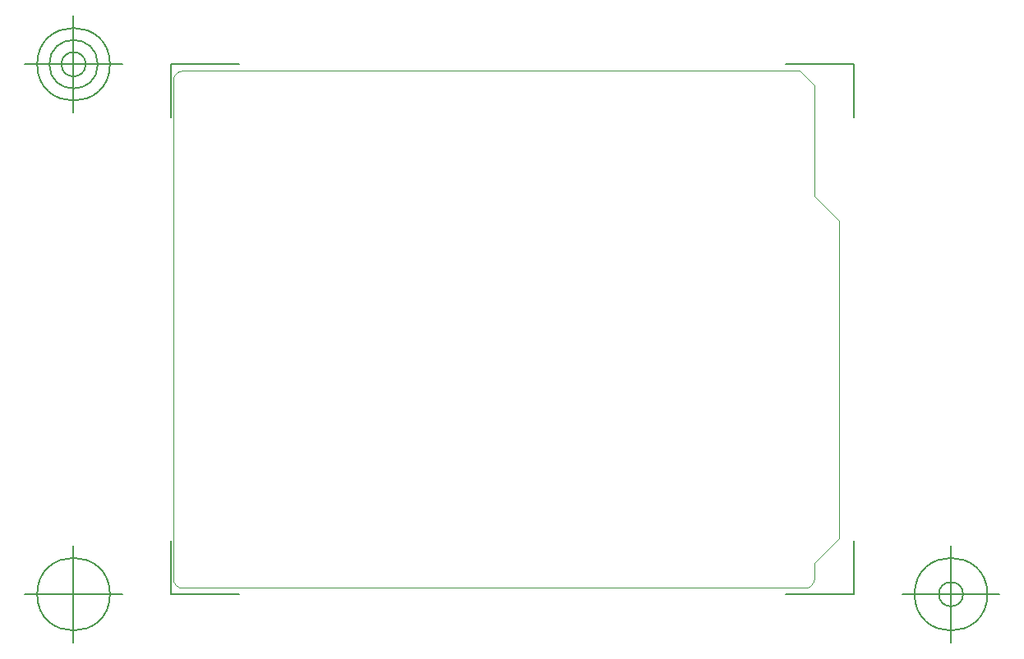
<source format=gbr>
G04 Generated by Ultiboard 13.0 *
%FSLAX34Y34*%
%MOMM*%

%ADD11C,0.0010*%
%ADD12C,0.1270*%


G04 ColorRGB 00FFFF for the following layer *
%LNBoard Outline*%
%LPD*%
G54D10*
G54D11*
X1044100Y223520D02*
X403700Y223520D01*
X393700Y233520D02*
X393700Y746920D01*
X1054100Y248920D02*
X1054100Y233520D01*
X1079500Y274320D02*
X1054100Y248920D01*
X1079500Y601980D02*
X1079500Y274320D01*
X1054100Y627380D02*
X1079500Y601980D01*
X1054100Y741680D02*
X1054100Y627380D01*
X1038860Y756920D02*
X1054100Y741680D01*
X403700Y756920D02*
X1038860Y756920D01*
X393700Y233520D02*
X393738Y232648D01*
X393852Y231783D01*
X394041Y230932D01*
X394303Y230100D01*
X394637Y229294D01*
X395040Y228520D01*
X395509Y227784D01*
X396040Y227092D01*
X396629Y226449D01*
X397272Y225859D01*
X397965Y225328D01*
X398700Y224860D01*
X399474Y224457D01*
X400280Y224123D01*
X401112Y223861D01*
X401964Y223672D01*
X402829Y223558D01*
X403700Y223520D01*
X1044100Y223520D02*
X1044972Y223558D01*
X1045837Y223672D01*
X1046688Y223861D01*
X1047520Y224123D01*
X1048326Y224457D01*
X1049100Y224860D01*
X1049836Y225329D01*
X1050528Y225860D01*
X1051171Y226449D01*
X1051761Y227092D01*
X1052292Y227785D01*
X1052760Y228520D01*
X1053163Y229294D01*
X1053497Y230100D01*
X1053759Y230932D01*
X1053948Y231784D01*
X1054062Y232649D01*
X1054100Y233520D01*
X403700Y756920D02*
X402828Y756882D01*
X401963Y756768D01*
X401112Y756579D01*
X400280Y756317D01*
X399474Y755983D01*
X398700Y755580D01*
X397964Y755111D01*
X397272Y754580D01*
X396629Y753991D01*
X396039Y753348D01*
X395508Y752655D01*
X395040Y751920D01*
X394637Y751146D01*
X394303Y750340D01*
X394041Y749508D01*
X393852Y748656D01*
X393738Y747791D01*
X393700Y746920D01*
G54D12*
X391160Y217001D02*
X391160Y271674D01*
X391160Y217001D02*
X461556Y217001D01*
X1095121Y217001D02*
X1024725Y217001D01*
X1095121Y217001D02*
X1095121Y271674D01*
X1095121Y763735D02*
X1095121Y709062D01*
X1095121Y763735D02*
X1024725Y763735D01*
X391160Y763735D02*
X461556Y763735D01*
X391160Y763735D02*
X391160Y709062D01*
X341160Y217001D02*
X241160Y217001D01*
X291160Y167001D02*
X291160Y267001D01*
X253660Y217001D02*
G75*
D01*
G02X253660Y217001I37500J0*
G01*
X1145121Y217001D02*
X1245121Y217001D01*
X1195121Y167001D02*
X1195121Y267001D01*
X1157621Y217001D02*
G75*
D01*
G02X1157621Y217001I37500J0*
G01*
X1182621Y217001D02*
G75*
D01*
G02X1182621Y217001I12500J0*
G01*
X341160Y763735D02*
X241160Y763735D01*
X291160Y713735D02*
X291160Y813735D01*
X253660Y763735D02*
G75*
D01*
G02X253660Y763735I37500J0*
G01*
X266160Y763735D02*
G75*
D01*
G02X266160Y763735I25000J0*
G01*
X278660Y763735D02*
G75*
D01*
G02X278660Y763735I12500J0*
G01*

M02*

</source>
